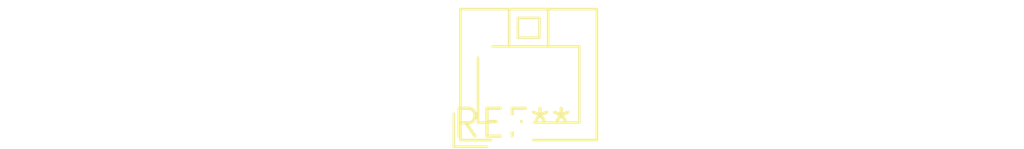
<source format=kicad_pcb>
(kicad_pcb (version 20240108) (generator pcbnew)
  (layers (0 "F.Cu" signal) (31 "B.Cu" signal) (34 "B.Paste" user) (35 "F.Paste" user) (36 "B.SilkS" user "B.Silkscreen") (37 "F.SilkS" user "F.Silkscreen") (38 "B.Mask" user) (39 "F.Mask" user) (44 "Edge.Cuts" user))
  (net 0 "")
  (footprint "JST_ZE_B02B-ZESK-1D_1x02_P1.50mm_Vertical" (layer "F.Cu") (at 0 0)
    (property "Reference" "REF**")
    (property "Value" "JST_ZE_B02B-ZESK-1D_1x02_P1.50mm_Vertical")
    (fp_line (start -2.66 -0.44) (end -2.66 1.06) (layer "F.SilkS") (stroke (width 0.12)))
    (fp_line (start -2.66 1.06) (end -1.16 1.06) (layer "F.SilkS") (stroke (width 0.12)))
    (fp_line (start -2.36 -5.21) (end 3.86 -5.21) (layer "F.SilkS") (stroke (width 0.12)))
    (fp_line (start -2.36 0.76) (end -2.36 -5.21) (layer "F.SilkS") (stroke (width 0.12)))
    (fp_line (start -1.56 -3) (end -1.56 -0.04) (layer "F.SilkS") (stroke (width 0.12)))
    (fp_line (start -1.56 -0.04) (end -1 -0.04) (layer "F.SilkS") (stroke (width 0.12)))
    (fp_line (start -0.96 0.76) (end -2.36 0.76) (layer "F.SilkS") (stroke (width 0.12)))
    (fp_line (start -0.14 -5.21) (end -0.14 -3.51) (layer "F.SilkS") (stroke (width 0.12)))
    (fp_line (start -0.14 -3.51) (end -0.9 -3.51) (layer "F.SilkS") (stroke (width 0.12)))
    (fp_line (start -0.14 -3.51) (end 1.64 -3.51) (layer "F.SilkS") (stroke (width 0.12)))
    (fp_line (start 0.26 -4.81) (end 0.26 -3.91) (layer "F.SilkS") (stroke (width 0.12)))
    (fp_line (start 0.26 -3.91) (end 1.24 -3.91) (layer "F.SilkS") (stroke (width 0.12)))
    (fp_line (start 1.24 -4.81) (end 0.26 -4.81) (layer "F.SilkS") (stroke (width 0.12)))
    (fp_line (start 1.24 -3.91) (end 1.24 -4.81) (layer "F.SilkS") (stroke (width 0.12)))
    (fp_line (start 1.64 -5.21) (end -0.14 -5.21) (layer "F.SilkS") (stroke (width 0.12)))
    (fp_line (start 1.64 -3.51) (end 1.64 -5.21) (layer "F.SilkS") (stroke (width 0.12)))
    (fp_line (start 1.64 -3.51) (end 3.06 -3.51) (layer "F.SilkS") (stroke (width 0.12)))
    (fp_line (start 3.06 -3.51) (end 3.06 -0.04) (layer "F.SilkS") (stroke (width 0.12)))
    (fp_line (start 3.06 -0.04) (end 1 -0.04) (layer "F.SilkS") (stroke (width 0.12)))
    (fp_line (start 3.86 -5.21) (end 3.86 0.76) (layer "F.SilkS") (stroke (width 0.12)))
    (fp_line (start 3.86 0.76) (end 0.96 0.76) (layer "F.SilkS") (stroke (width 0.12)))
    (pad "" np_thru_hole circle (at -1.65 -3.8) (size 0.85 0.85) (drill 0.85) (layers *.Cu *.Mask))
    (pad "1" thru_hole custom (at 0 0) (size 1.117157 1.117157) (drill 0.75) (layers *.Cu *.Mask) (remove_unused_layers) (options (clearance outline) (anchor circle)) (primitives (gr_poly (pts (xy 0.45 -0.225) (xy 0.45 0.625) (xy -0.45 0.625) (xy -0.45 -0.625) (xy 0.05 -0.625)) (width 0.5) (fill yes))))
    (pad "2" thru_hole oval (at 1.5 -2) (size 1.4 1.75) (drill 0.75) (layers *.Cu *.Mask) (remove_unused_layers))
  )
)
</source>
